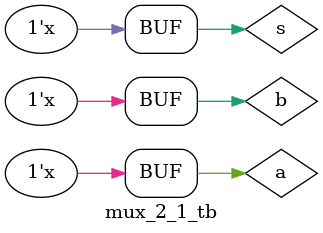
<source format=v>
module mux_2_1_tb();
reg a,b,s;
wire y;
mux_2_1 DUT (.a(a),.b(b),.s(s),.y(y));
initial
begin
	{a,b,s}=0;
	#100;
end
always #40 a=~a;
always #20 b=~b;
always #10 s=~s;
always@(a or b or s)
$monitor("the values are time=%t,a=%b,b=%b,s=%b,y=%b",$time,a,b,s,y);
endmodule

</source>
